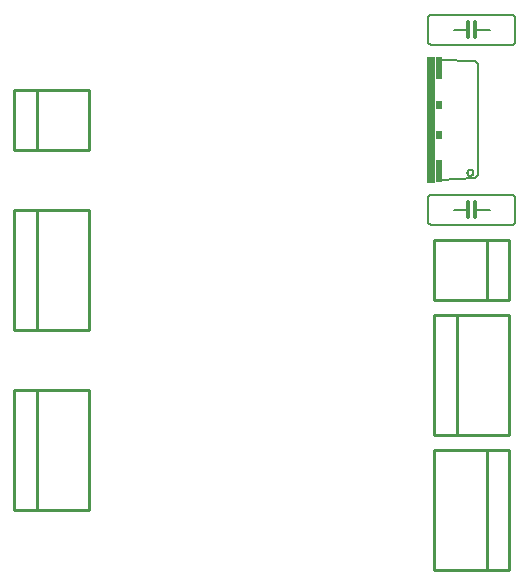
<source format=gto>
G75*
%MOIN*%
%OFA0B0*%
%FSLAX25Y25*%
%IPPOS*%
%LPD*%
%AMOC8*
5,1,8,0,0,1.08239X$1,22.5*
%
%ADD10C,0.01000*%
%ADD11C,0.01200*%
%ADD12C,0.00600*%
%ADD13C,0.00500*%
%ADD14R,0.03000X0.42000*%
%ADD15R,0.02000X0.07500*%
%ADD16R,0.02000X0.03000*%
D10*
X0009260Y0042000D02*
X0016760Y0042000D01*
X0016760Y0082000D01*
X0034260Y0082000D01*
X0034260Y0042000D01*
X0016760Y0042000D01*
X0009260Y0042000D02*
X0009260Y0082000D01*
X0016760Y0082000D01*
X0016760Y0102000D02*
X0009260Y0102000D01*
X0009260Y0142000D01*
X0016760Y0142000D01*
X0016760Y0102000D01*
X0034260Y0102000D01*
X0034260Y0142000D01*
X0016760Y0142000D01*
X0016760Y0162000D02*
X0009260Y0162000D01*
X0009260Y0182000D01*
X0016760Y0182000D01*
X0016760Y0162000D01*
X0034260Y0162000D01*
X0034260Y0182000D01*
X0016760Y0182000D01*
X0149260Y0132000D02*
X0149260Y0112000D01*
X0166760Y0112000D01*
X0166760Y0132000D01*
X0174260Y0132000D01*
X0174260Y0112000D01*
X0166760Y0112000D01*
X0174260Y0107000D02*
X0174260Y0067000D01*
X0156760Y0067000D01*
X0156760Y0107000D01*
X0174260Y0107000D01*
X0156760Y0107000D02*
X0149260Y0107000D01*
X0149260Y0067000D01*
X0156760Y0067000D01*
X0149260Y0062000D02*
X0166760Y0062000D01*
X0166760Y0022000D01*
X0149260Y0022000D01*
X0149260Y0062000D01*
X0166760Y0062000D02*
X0174260Y0062000D01*
X0174260Y0022000D01*
X0166760Y0022000D01*
X0166760Y0132000D02*
X0149260Y0132000D01*
D11*
X0160560Y0139500D02*
X0160560Y0142000D01*
X0160560Y0144500D01*
X0163060Y0144500D02*
X0163060Y0142000D01*
X0163060Y0139500D01*
X0163060Y0199500D02*
X0163060Y0202000D01*
X0163060Y0204500D01*
X0160560Y0204500D02*
X0160560Y0202000D01*
X0160560Y0199500D01*
D12*
X0160560Y0202000D02*
X0155760Y0202000D01*
X0163060Y0202000D02*
X0167760Y0202000D01*
X0175260Y0197000D02*
X0175320Y0197002D01*
X0175381Y0197007D01*
X0175440Y0197016D01*
X0175499Y0197029D01*
X0175558Y0197045D01*
X0175615Y0197065D01*
X0175670Y0197088D01*
X0175725Y0197115D01*
X0175777Y0197144D01*
X0175828Y0197177D01*
X0175877Y0197213D01*
X0175923Y0197251D01*
X0175967Y0197293D01*
X0176009Y0197337D01*
X0176047Y0197383D01*
X0176083Y0197432D01*
X0176116Y0197483D01*
X0176145Y0197535D01*
X0176172Y0197590D01*
X0176195Y0197645D01*
X0176215Y0197702D01*
X0176231Y0197761D01*
X0176244Y0197820D01*
X0176253Y0197879D01*
X0176258Y0197940D01*
X0176260Y0198000D01*
X0176260Y0206000D01*
X0176258Y0206060D01*
X0176253Y0206121D01*
X0176244Y0206180D01*
X0176231Y0206239D01*
X0176215Y0206298D01*
X0176195Y0206355D01*
X0176172Y0206410D01*
X0176145Y0206465D01*
X0176116Y0206517D01*
X0176083Y0206568D01*
X0176047Y0206617D01*
X0176009Y0206663D01*
X0175967Y0206707D01*
X0175923Y0206749D01*
X0175877Y0206787D01*
X0175828Y0206823D01*
X0175777Y0206856D01*
X0175725Y0206885D01*
X0175670Y0206912D01*
X0175615Y0206935D01*
X0175558Y0206955D01*
X0175499Y0206971D01*
X0175440Y0206984D01*
X0175381Y0206993D01*
X0175320Y0206998D01*
X0175260Y0207000D01*
X0148260Y0207000D01*
X0148200Y0206998D01*
X0148139Y0206993D01*
X0148080Y0206984D01*
X0148021Y0206971D01*
X0147962Y0206955D01*
X0147905Y0206935D01*
X0147850Y0206912D01*
X0147795Y0206885D01*
X0147743Y0206856D01*
X0147692Y0206823D01*
X0147643Y0206787D01*
X0147597Y0206749D01*
X0147553Y0206707D01*
X0147511Y0206663D01*
X0147473Y0206617D01*
X0147437Y0206568D01*
X0147404Y0206517D01*
X0147375Y0206465D01*
X0147348Y0206410D01*
X0147325Y0206355D01*
X0147305Y0206298D01*
X0147289Y0206239D01*
X0147276Y0206180D01*
X0147267Y0206121D01*
X0147262Y0206060D01*
X0147260Y0206000D01*
X0147260Y0198000D01*
X0147262Y0197940D01*
X0147267Y0197879D01*
X0147276Y0197820D01*
X0147289Y0197761D01*
X0147305Y0197702D01*
X0147325Y0197645D01*
X0147348Y0197590D01*
X0147375Y0197535D01*
X0147404Y0197483D01*
X0147437Y0197432D01*
X0147473Y0197383D01*
X0147511Y0197337D01*
X0147553Y0197293D01*
X0147597Y0197251D01*
X0147643Y0197213D01*
X0147692Y0197177D01*
X0147743Y0197144D01*
X0147795Y0197115D01*
X0147850Y0197088D01*
X0147905Y0197065D01*
X0147962Y0197045D01*
X0148021Y0197029D01*
X0148080Y0197016D01*
X0148139Y0197007D01*
X0148200Y0197002D01*
X0148260Y0197000D01*
X0175260Y0197000D01*
X0175260Y0147000D02*
X0148260Y0147000D01*
X0148200Y0146998D01*
X0148139Y0146993D01*
X0148080Y0146984D01*
X0148021Y0146971D01*
X0147962Y0146955D01*
X0147905Y0146935D01*
X0147850Y0146912D01*
X0147795Y0146885D01*
X0147743Y0146856D01*
X0147692Y0146823D01*
X0147643Y0146787D01*
X0147597Y0146749D01*
X0147553Y0146707D01*
X0147511Y0146663D01*
X0147473Y0146617D01*
X0147437Y0146568D01*
X0147404Y0146517D01*
X0147375Y0146465D01*
X0147348Y0146410D01*
X0147325Y0146355D01*
X0147305Y0146298D01*
X0147289Y0146239D01*
X0147276Y0146180D01*
X0147267Y0146121D01*
X0147262Y0146060D01*
X0147260Y0146000D01*
X0147260Y0138000D01*
X0147262Y0137940D01*
X0147267Y0137879D01*
X0147276Y0137820D01*
X0147289Y0137761D01*
X0147305Y0137702D01*
X0147325Y0137645D01*
X0147348Y0137590D01*
X0147375Y0137535D01*
X0147404Y0137483D01*
X0147437Y0137432D01*
X0147473Y0137383D01*
X0147511Y0137337D01*
X0147553Y0137293D01*
X0147597Y0137251D01*
X0147643Y0137213D01*
X0147692Y0137177D01*
X0147743Y0137144D01*
X0147795Y0137115D01*
X0147850Y0137088D01*
X0147905Y0137065D01*
X0147962Y0137045D01*
X0148021Y0137029D01*
X0148080Y0137016D01*
X0148139Y0137007D01*
X0148200Y0137002D01*
X0148260Y0137000D01*
X0175260Y0137000D01*
X0175320Y0137002D01*
X0175381Y0137007D01*
X0175440Y0137016D01*
X0175499Y0137029D01*
X0175558Y0137045D01*
X0175615Y0137065D01*
X0175670Y0137088D01*
X0175725Y0137115D01*
X0175777Y0137144D01*
X0175828Y0137177D01*
X0175877Y0137213D01*
X0175923Y0137251D01*
X0175967Y0137293D01*
X0176009Y0137337D01*
X0176047Y0137383D01*
X0176083Y0137432D01*
X0176116Y0137483D01*
X0176145Y0137535D01*
X0176172Y0137590D01*
X0176195Y0137645D01*
X0176215Y0137702D01*
X0176231Y0137761D01*
X0176244Y0137820D01*
X0176253Y0137879D01*
X0176258Y0137940D01*
X0176260Y0138000D01*
X0176260Y0146000D01*
X0176258Y0146060D01*
X0176253Y0146121D01*
X0176244Y0146180D01*
X0176231Y0146239D01*
X0176215Y0146298D01*
X0176195Y0146355D01*
X0176172Y0146410D01*
X0176145Y0146465D01*
X0176116Y0146517D01*
X0176083Y0146568D01*
X0176047Y0146617D01*
X0176009Y0146663D01*
X0175967Y0146707D01*
X0175923Y0146749D01*
X0175877Y0146787D01*
X0175828Y0146823D01*
X0175777Y0146856D01*
X0175725Y0146885D01*
X0175670Y0146912D01*
X0175615Y0146935D01*
X0175558Y0146955D01*
X0175499Y0146971D01*
X0175440Y0146984D01*
X0175381Y0146993D01*
X0175320Y0146998D01*
X0175260Y0147000D01*
X0167760Y0142000D02*
X0163060Y0142000D01*
X0160560Y0142000D02*
X0155760Y0142000D01*
D13*
X0151260Y0152000D02*
X0162760Y0152500D01*
X0163760Y0153500D01*
X0163760Y0190500D01*
X0162760Y0191500D01*
X0151260Y0192000D01*
X0160360Y0154300D02*
X0160362Y0154363D01*
X0160368Y0154425D01*
X0160378Y0154487D01*
X0160391Y0154549D01*
X0160409Y0154609D01*
X0160430Y0154668D01*
X0160455Y0154726D01*
X0160484Y0154782D01*
X0160516Y0154836D01*
X0160551Y0154888D01*
X0160589Y0154937D01*
X0160631Y0154985D01*
X0160675Y0155029D01*
X0160723Y0155071D01*
X0160772Y0155109D01*
X0160824Y0155144D01*
X0160878Y0155176D01*
X0160934Y0155205D01*
X0160992Y0155230D01*
X0161051Y0155251D01*
X0161111Y0155269D01*
X0161173Y0155282D01*
X0161235Y0155292D01*
X0161297Y0155298D01*
X0161360Y0155300D01*
X0161423Y0155298D01*
X0161485Y0155292D01*
X0161547Y0155282D01*
X0161609Y0155269D01*
X0161669Y0155251D01*
X0161728Y0155230D01*
X0161786Y0155205D01*
X0161842Y0155176D01*
X0161896Y0155144D01*
X0161948Y0155109D01*
X0161997Y0155071D01*
X0162045Y0155029D01*
X0162089Y0154985D01*
X0162131Y0154937D01*
X0162169Y0154888D01*
X0162204Y0154836D01*
X0162236Y0154782D01*
X0162265Y0154726D01*
X0162290Y0154668D01*
X0162311Y0154609D01*
X0162329Y0154549D01*
X0162342Y0154487D01*
X0162352Y0154425D01*
X0162358Y0154363D01*
X0162360Y0154300D01*
X0162358Y0154237D01*
X0162352Y0154175D01*
X0162342Y0154113D01*
X0162329Y0154051D01*
X0162311Y0153991D01*
X0162290Y0153932D01*
X0162265Y0153874D01*
X0162236Y0153818D01*
X0162204Y0153764D01*
X0162169Y0153712D01*
X0162131Y0153663D01*
X0162089Y0153615D01*
X0162045Y0153571D01*
X0161997Y0153529D01*
X0161948Y0153491D01*
X0161896Y0153456D01*
X0161842Y0153424D01*
X0161786Y0153395D01*
X0161728Y0153370D01*
X0161669Y0153349D01*
X0161609Y0153331D01*
X0161547Y0153318D01*
X0161485Y0153308D01*
X0161423Y0153302D01*
X0161360Y0153300D01*
X0161297Y0153302D01*
X0161235Y0153308D01*
X0161173Y0153318D01*
X0161111Y0153331D01*
X0161051Y0153349D01*
X0160992Y0153370D01*
X0160934Y0153395D01*
X0160878Y0153424D01*
X0160824Y0153456D01*
X0160772Y0153491D01*
X0160723Y0153529D01*
X0160675Y0153571D01*
X0160631Y0153615D01*
X0160589Y0153663D01*
X0160551Y0153712D01*
X0160516Y0153764D01*
X0160484Y0153818D01*
X0160455Y0153874D01*
X0160430Y0153932D01*
X0160409Y0153991D01*
X0160391Y0154051D01*
X0160378Y0154113D01*
X0160368Y0154175D01*
X0160362Y0154237D01*
X0160360Y0154300D01*
D14*
X0148260Y0172000D03*
D15*
X0150760Y0154750D03*
X0150760Y0189250D03*
D16*
X0150760Y0177000D03*
X0150760Y0167000D03*
M02*

</source>
